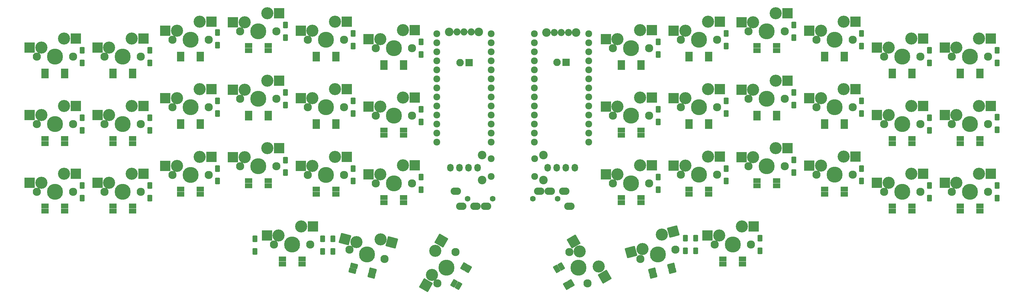
<source format=gbs>
G04 #@! TF.GenerationSoftware,KiCad,Pcbnew,7.0.7*
G04 #@! TF.CreationDate,2024-01-09T11:53:46+08:00*
G04 #@! TF.ProjectId,corne-cherry,636f726e-652d-4636-9865-7272792e6b69,3.0.1*
G04 #@! TF.SameCoordinates,Original*
G04 #@! TF.FileFunction,Soldermask,Bot*
G04 #@! TF.FilePolarity,Negative*
%FSLAX46Y46*%
G04 Gerber Fmt 4.6, Leading zero omitted, Abs format (unit mm)*
G04 Created by KiCad (PCBNEW 7.0.7) date 2024-01-09 11:53:46*
%MOMM*%
%LPD*%
G01*
G04 APERTURE LIST*
G04 Aperture macros list*
%AMRoundRect*
0 Rectangle with rounded corners*
0 $1 Rounding radius*
0 $2 $3 $4 $5 $6 $7 $8 $9 X,Y pos of 4 corners*
0 Add a 4 corners polygon primitive as box body*
4,1,4,$2,$3,$4,$5,$6,$7,$8,$9,$2,$3,0*
0 Add four circle primitives for the rounded corners*
1,1,$1+$1,$2,$3*
1,1,$1+$1,$4,$5*
1,1,$1+$1,$6,$7*
1,1,$1+$1,$8,$9*
0 Add four rect primitives between the rounded corners*
20,1,$1+$1,$2,$3,$4,$5,0*
20,1,$1+$1,$4,$5,$6,$7,0*
20,1,$1+$1,$6,$7,$8,$9,0*
20,1,$1+$1,$8,$9,$2,$3,0*%
G04 Aperture macros list end*
%ADD10C,1.600000*%
%ADD11O,2.900000X2.100000*%
%ADD12O,1.797000X2.178000*%
%ADD13C,2.300000*%
%ADD14C,3.400000*%
%ADD15C,4.500000*%
%ADD16RoundRect,0.200000X1.275000X1.250000X-1.275000X1.250000X-1.275000X-1.250000X1.275000X-1.250000X0*%
%ADD17RoundRect,0.200000X1.555079X0.877413X-0.908032X1.537402X-1.555079X-0.877413X0.908032X-1.537402X0*%
%ADD18RoundRect,0.200000X-0.445032X1.729182X-1.720032X-0.479182X0.445032X-1.729182X1.720032X0.479182X0*%
%ADD19RoundRect,0.200000X1.720032X-0.479182X0.445032X1.729182X-1.720032X0.479182X-0.445032X-1.729182X0*%
%ADD20RoundRect,0.200000X0.908032X1.537402X-1.555079X0.877413X-0.908032X-1.537402X1.555079X-0.877413X0*%
%ADD21C,1.924000*%
%ADD22C,2.400000*%
%ADD23RoundRect,0.200000X0.500000X-0.700000X0.500000X0.700000X-0.500000X0.700000X-0.500000X-0.700000X0*%
%ADD24RoundRect,0.200000X-0.850000X-0.500000X0.850000X-0.500000X0.850000X0.500000X-0.850000X0.500000X0*%
%ADD25RoundRect,0.200000X0.008013X-0.986122X0.858013X0.486122X-0.008013X0.986122X-0.858013X-0.486122X0*%
%ADD26RoundRect,0.200000X-0.691627X-0.702959X0.950446X-0.262967X0.691627X0.702959X-0.950446X0.262967X0*%
%ADD27RoundRect,0.200000X-0.950446X-0.262967X0.691627X-0.702959X0.950446X0.262967X-0.691627X0.702959X0*%
%ADD28RoundRect,0.200000X-0.858013X0.486122X-0.008013X-0.986122X0.858013X-0.486122X0.008013X0.986122X0*%
%ADD29RoundRect,0.200000X0.850000X-0.850000X0.850000X0.850000X-0.850000X0.850000X-0.850000X-0.850000X0*%
%ADD30O,2.100000X2.100000*%
%ADD31O,2.000000X2.000000*%
G04 APERTURE END LIST*
D10*
X142777500Y-75770000D03*
X135777500Y-75770000D03*
D11*
X132477500Y-73670000D03*
X140977500Y-77870000D03*
X137977500Y-77870000D03*
X133977500Y-77870000D03*
D12*
X130948500Y-67028000D03*
X133488500Y-67028000D03*
X136028500Y-67028000D03*
X138568500Y-67028000D03*
D13*
X34027500Y-35780000D03*
D14*
X35297500Y-33240000D03*
D15*
X39107500Y-35780000D03*
D14*
X41647500Y-30700000D03*
D13*
X44187500Y-35780000D03*
D16*
X32022500Y-33240000D03*
X44949500Y-30700000D03*
D13*
X53027500Y-31030000D03*
D14*
X54297500Y-28490000D03*
D15*
X58107500Y-31030000D03*
D14*
X60647500Y-25950000D03*
D13*
X63187500Y-31030000D03*
D16*
X51022500Y-28490000D03*
X63949500Y-25950000D03*
D13*
X72027500Y-28655000D03*
D14*
X73297500Y-26115000D03*
D15*
X77107500Y-28655000D03*
D14*
X79647500Y-23575000D03*
D13*
X82187500Y-28655000D03*
D16*
X70022500Y-26115000D03*
X82949500Y-23575000D03*
D13*
X91027500Y-31030000D03*
D14*
X92297500Y-28490000D03*
D15*
X96107500Y-31030000D03*
D14*
X98647500Y-25950000D03*
D13*
X101187500Y-31030000D03*
D16*
X89022500Y-28490000D03*
X101949500Y-25950000D03*
D13*
X15027500Y-54780000D03*
D14*
X16297500Y-52240000D03*
D15*
X20107500Y-54780000D03*
D14*
X22647500Y-49700000D03*
D13*
X25187500Y-54780000D03*
D16*
X13022500Y-52240000D03*
X25949500Y-49700000D03*
D13*
X34027500Y-54780000D03*
D14*
X35297500Y-52240000D03*
D15*
X39107500Y-54780000D03*
D14*
X41647500Y-49700000D03*
D13*
X44187500Y-54780000D03*
D16*
X32022500Y-52240000D03*
X44949500Y-49700000D03*
D13*
X53027500Y-50030000D03*
D14*
X54297500Y-47490000D03*
D15*
X58107500Y-50030000D03*
D14*
X60647500Y-44950000D03*
D13*
X63187500Y-50030000D03*
D16*
X51022500Y-47490000D03*
X63949500Y-44950000D03*
D13*
X72027500Y-47655000D03*
D14*
X73297500Y-45115000D03*
D15*
X77107500Y-47655000D03*
D14*
X79647500Y-42575000D03*
D13*
X82187500Y-47655000D03*
D16*
X70022500Y-45115000D03*
X82949500Y-42575000D03*
D13*
X91027500Y-50030000D03*
D14*
X92297500Y-47490000D03*
D15*
X96107500Y-50030000D03*
D14*
X98647500Y-44950000D03*
D13*
X101187500Y-50030000D03*
D16*
X89022500Y-47490000D03*
X101949500Y-44950000D03*
D13*
X110027500Y-52405000D03*
D14*
X111297500Y-49865000D03*
D15*
X115107500Y-52405000D03*
D14*
X117647500Y-47325000D03*
D13*
X120187500Y-52405000D03*
D16*
X108022500Y-49865000D03*
X120949500Y-47325000D03*
D13*
X15027500Y-73780000D03*
D14*
X16297500Y-71240000D03*
D15*
X20107500Y-73780000D03*
D14*
X22647500Y-68700000D03*
D13*
X25187500Y-73780000D03*
D16*
X13022500Y-71240000D03*
X25949500Y-68700000D03*
D13*
X34027500Y-73780000D03*
D14*
X35297500Y-71240000D03*
D15*
X39107500Y-73780000D03*
D14*
X41647500Y-68700000D03*
D13*
X44187500Y-73780000D03*
D16*
X32022500Y-71240000D03*
X44949500Y-68700000D03*
D13*
X53027500Y-69030000D03*
D14*
X54297500Y-66490000D03*
D15*
X58107500Y-69030000D03*
D14*
X60647500Y-63950000D03*
D13*
X63187500Y-69030000D03*
D16*
X51022500Y-66490000D03*
X63949500Y-63950000D03*
D13*
X72027500Y-66655000D03*
D14*
X73297500Y-64115000D03*
D15*
X77107500Y-66655000D03*
D14*
X79647500Y-61575000D03*
D13*
X82187500Y-66655000D03*
D16*
X70022500Y-64115000D03*
X82949500Y-61575000D03*
D13*
X91027500Y-69030000D03*
D14*
X92297500Y-66490000D03*
D15*
X96107500Y-69030000D03*
D14*
X98647500Y-63950000D03*
D13*
X101187500Y-69030000D03*
D16*
X89022500Y-66490000D03*
X101949500Y-63950000D03*
D13*
X110027500Y-71405000D03*
D14*
X111297500Y-68865000D03*
D15*
X115107500Y-71405000D03*
D14*
X117647500Y-66325000D03*
D13*
X120187500Y-71405000D03*
D16*
X108022500Y-68865000D03*
X120949500Y-66325000D03*
D13*
X81527500Y-88655000D03*
D14*
X82797500Y-86115000D03*
D15*
X86607500Y-88655000D03*
D14*
X89147500Y-83575000D03*
D13*
X91687500Y-88655000D03*
D16*
X79522500Y-86115000D03*
X92449500Y-83575000D03*
D13*
X102700597Y-90090199D03*
D14*
X104584723Y-87965448D03*
D15*
X107607500Y-91405000D03*
D14*
X111375752Y-87155497D03*
D13*
X112514403Y-92719801D03*
D17*
X101421316Y-87117815D03*
X114565239Y-88010118D03*
D13*
X127317500Y-99554409D03*
D14*
X125752795Y-97184557D03*
D15*
X129857500Y-95155000D03*
D14*
X126728091Y-90415295D03*
D13*
X132397500Y-90755591D03*
D18*
X124115295Y-100020790D03*
X128379091Y-87555680D03*
D13*
X164324500Y-90750591D03*
D14*
X167159205Y-90580443D03*
D15*
X166864500Y-95150000D03*
D14*
X172533909Y-94809705D03*
D13*
X169404500Y-99549409D03*
D19*
X165521705Y-87744210D03*
X174184909Y-97669320D03*
D10*
X154037500Y-75780000D03*
X161037500Y-75780000D03*
D11*
X164337500Y-77880000D03*
X155837500Y-73680000D03*
X158837500Y-73680000D03*
X162837500Y-73680000D03*
D12*
X158177500Y-67020000D03*
X160717500Y-67020000D03*
X163257500Y-67020000D03*
X165797500Y-67020000D03*
D13*
X214534500Y-66650000D03*
D14*
X215804500Y-64110000D03*
D15*
X219614500Y-66650000D03*
D14*
X222154500Y-61570000D03*
D13*
X224694500Y-66650000D03*
D16*
X212529500Y-64110000D03*
X225456500Y-61570000D03*
D13*
X195534500Y-69025000D03*
D14*
X196804500Y-66485000D03*
D15*
X200614500Y-69025000D03*
D14*
X203154500Y-63945000D03*
D13*
X205694500Y-69025000D03*
D16*
X193529500Y-66485000D03*
X206456500Y-63945000D03*
D13*
X176534500Y-71400000D03*
D14*
X177804500Y-68860000D03*
D15*
X181614500Y-71400000D03*
D14*
X184154500Y-66320000D03*
D13*
X186694500Y-71400000D03*
D16*
X174529500Y-68860000D03*
X187456500Y-66320000D03*
D13*
X205034500Y-88650000D03*
D14*
X206304500Y-86110000D03*
D15*
X210114500Y-88650000D03*
D14*
X212654500Y-83570000D03*
D13*
X215194500Y-88650000D03*
D16*
X203029500Y-86110000D03*
X215956500Y-83570000D03*
D13*
X184207597Y-92714801D03*
D14*
X184776922Y-89932649D03*
D15*
X189114500Y-91400000D03*
D14*
X190253151Y-85835696D03*
D13*
X194021403Y-90085199D03*
D20*
X181613515Y-90780281D03*
X193442638Y-84981076D03*
D13*
X214534500Y-28650000D03*
D14*
X215804500Y-26110000D03*
D15*
X219614500Y-28650000D03*
D14*
X222154500Y-23570000D03*
D13*
X224694500Y-28650000D03*
D16*
X212529500Y-26110000D03*
X225456500Y-23570000D03*
D13*
X195534500Y-31025000D03*
D14*
X196804500Y-28485000D03*
D15*
X200614500Y-31025000D03*
D14*
X203154500Y-25945000D03*
D13*
X205694500Y-31025000D03*
D16*
X193529500Y-28485000D03*
X206456500Y-25945000D03*
D13*
X271534500Y-54775000D03*
D14*
X272804500Y-52235000D03*
D15*
X276614500Y-54775000D03*
D14*
X279154500Y-49695000D03*
D13*
X281694500Y-54775000D03*
D16*
X269529500Y-52235000D03*
X282456500Y-49695000D03*
D13*
X233534500Y-31025000D03*
D14*
X234804500Y-28485000D03*
D15*
X238614500Y-31025000D03*
D14*
X241154500Y-25945000D03*
D13*
X243694500Y-31025000D03*
D16*
X231529500Y-28485000D03*
X244456500Y-25945000D03*
D13*
X252534500Y-54775000D03*
D14*
X253804500Y-52235000D03*
D15*
X257614500Y-54775000D03*
D14*
X260154500Y-49695000D03*
D13*
X262694500Y-54775000D03*
D16*
X250529500Y-52235000D03*
X263456500Y-49695000D03*
D13*
X252534500Y-73775000D03*
D14*
X253804500Y-71235000D03*
D15*
X257614500Y-73775000D03*
D14*
X260154500Y-68695000D03*
D13*
X262694500Y-73775000D03*
D16*
X250529500Y-71235000D03*
X263456500Y-68695000D03*
D13*
X233534500Y-69025000D03*
D14*
X234804500Y-66485000D03*
D15*
X238614500Y-69025000D03*
D14*
X241154500Y-63945000D03*
D13*
X243694500Y-69025000D03*
D16*
X231529500Y-66485000D03*
X244456500Y-63945000D03*
D13*
X271534500Y-35775000D03*
D14*
X272804500Y-33235000D03*
D15*
X276614500Y-35775000D03*
D14*
X279154500Y-30695000D03*
D13*
X281694500Y-35775000D03*
D16*
X269529500Y-33235000D03*
X282456500Y-30695000D03*
D13*
X252534500Y-35775000D03*
D14*
X253804500Y-33235000D03*
D15*
X257614500Y-35775000D03*
D14*
X260154500Y-30695000D03*
D13*
X262694500Y-35775000D03*
D16*
X250529500Y-33235000D03*
X263456500Y-30695000D03*
D13*
X233534500Y-50025000D03*
D14*
X234804500Y-47485000D03*
D15*
X238614500Y-50025000D03*
D14*
X241154500Y-44945000D03*
D13*
X243694500Y-50025000D03*
D16*
X231529500Y-47485000D03*
X244456500Y-44945000D03*
D13*
X214534500Y-47650000D03*
D14*
X215804500Y-45110000D03*
D15*
X219614500Y-47650000D03*
D14*
X222154500Y-42570000D03*
D13*
X224694500Y-47650000D03*
D16*
X212529500Y-45110000D03*
X225456500Y-42570000D03*
D13*
X195534500Y-50025000D03*
D14*
X196804500Y-47485000D03*
D15*
X200614500Y-50025000D03*
D14*
X203154500Y-44945000D03*
D13*
X205694500Y-50025000D03*
D16*
X193529500Y-47485000D03*
X206456500Y-44945000D03*
D13*
X176534500Y-52400000D03*
D14*
X177804500Y-49860000D03*
D15*
X181614500Y-52400000D03*
D14*
X184154500Y-47320000D03*
D13*
X186694500Y-52400000D03*
D16*
X174529500Y-49860000D03*
X187456500Y-47320000D03*
D13*
X271534500Y-73775000D03*
D14*
X272804500Y-71235000D03*
D15*
X276614500Y-73775000D03*
D14*
X279154500Y-68695000D03*
D13*
X281694500Y-73775000D03*
D16*
X269529500Y-71235000D03*
X282456500Y-68695000D03*
D13*
X15027500Y-35780000D03*
D14*
X16297500Y-33240000D03*
D15*
X20107500Y-35780000D03*
D14*
X22647500Y-30700000D03*
D13*
X25187500Y-35780000D03*
D16*
X13022500Y-33240000D03*
X25949500Y-30700000D03*
D13*
X110027500Y-33405000D03*
D14*
X111297500Y-30865000D03*
D15*
X115107500Y-33405000D03*
D14*
X117647500Y-28325000D03*
D13*
X120187500Y-33405000D03*
D16*
X108022500Y-30865000D03*
X120949500Y-28325000D03*
D13*
X176527500Y-33405000D03*
D14*
X177797500Y-30865000D03*
D15*
X181607500Y-33405000D03*
D14*
X184147500Y-28325000D03*
D13*
X186687500Y-33405000D03*
D16*
X174522500Y-30865000D03*
X187449500Y-28325000D03*
D21*
X154557500Y-64480000D03*
X154557500Y-69480000D03*
D22*
X157057500Y-63480000D03*
X157057500Y-70480000D03*
D21*
X169713500Y-29330000D03*
X169713500Y-31870000D03*
X169713500Y-34410000D03*
X169713500Y-36950000D03*
X169713500Y-39490000D03*
X169713500Y-42030000D03*
X169713500Y-44570000D03*
X169713500Y-47110000D03*
X169713500Y-49650000D03*
X169713500Y-52190000D03*
X169713500Y-54730000D03*
X169713500Y-57270000D03*
X169713500Y-59810000D03*
X154473500Y-59810000D03*
X154473500Y-57270000D03*
X154473500Y-54730000D03*
X154473500Y-52190000D03*
X154473500Y-49650000D03*
X154473500Y-47110000D03*
X154473500Y-44570000D03*
X154473500Y-42030000D03*
X154473500Y-39490000D03*
X154473500Y-36950000D03*
X154473500Y-34410000D03*
X154473500Y-31870000D03*
X154473500Y-29330000D03*
X142357500Y-69479999D03*
X142357500Y-64479999D03*
D22*
X139857500Y-70479999D03*
X139857500Y-63479999D03*
D21*
X142417500Y-29330000D03*
X142417500Y-31870000D03*
X142417500Y-34410000D03*
X142417500Y-36950000D03*
X142417500Y-39490000D03*
X142417500Y-42030000D03*
X142417500Y-44570000D03*
X142417500Y-47110000D03*
X142417500Y-49650000D03*
X142417500Y-52190000D03*
X142417500Y-54730000D03*
X142417500Y-57270000D03*
X142417500Y-59810000D03*
X127177500Y-59810000D03*
X127177500Y-57270000D03*
X127177500Y-54730000D03*
X127177500Y-52190000D03*
X127177500Y-49650000D03*
X127177500Y-47110000D03*
X127177500Y-44570000D03*
X127177500Y-42030000D03*
X127177500Y-39490000D03*
X127177500Y-36950000D03*
X127177500Y-34410000D03*
X127177500Y-31870000D03*
X127177500Y-29330000D03*
D23*
X27734500Y-37551875D03*
X27734500Y-34001875D03*
X46734500Y-37555000D03*
X46734500Y-34005000D03*
X65707500Y-32555000D03*
X65707500Y-29005000D03*
X84707500Y-30430000D03*
X84707500Y-26880000D03*
X103707500Y-32805000D03*
X103707500Y-29255000D03*
X122707500Y-35180000D03*
X122707500Y-31630000D03*
X27734500Y-56551875D03*
X27734500Y-53001875D03*
X46734500Y-56555000D03*
X46734500Y-53005000D03*
X65707500Y-51805000D03*
X65707500Y-48255000D03*
X84707500Y-49430000D03*
X84707500Y-45880000D03*
X103707500Y-51805000D03*
X103707500Y-48255000D03*
X122707500Y-54180000D03*
X122707500Y-50630000D03*
X27734500Y-75551875D03*
X27734500Y-72001875D03*
X46734500Y-75555000D03*
X46734500Y-72005000D03*
X65707500Y-70805000D03*
X65707500Y-67255000D03*
X84707500Y-68430000D03*
X84707500Y-64880000D03*
X103707500Y-70805000D03*
X103707500Y-67255000D03*
X122707500Y-73180000D03*
X122707500Y-69630000D03*
X76157500Y-90545000D03*
X76157500Y-86995000D03*
X95164500Y-90540000D03*
X95164500Y-86990000D03*
X98007500Y-90540000D03*
X98007500Y-86990000D03*
D24*
X22857500Y-41230000D03*
X22857500Y-39830000D03*
X17357500Y-39830000D03*
X17357500Y-41230000D03*
X41857500Y-41230000D03*
X41857500Y-39830000D03*
X36357500Y-39830000D03*
X36357500Y-41230000D03*
X60857500Y-36480000D03*
X60857500Y-35080000D03*
X55357500Y-35080000D03*
X55357500Y-36480000D03*
X79857500Y-34105000D03*
X79857500Y-32705000D03*
X74357500Y-32705000D03*
X74357500Y-34105000D03*
X98857500Y-36480000D03*
X98857500Y-35080000D03*
X93357500Y-35080000D03*
X93357500Y-36480000D03*
X117857500Y-38855000D03*
X117857500Y-37455000D03*
X112357500Y-37455000D03*
X112357500Y-38855000D03*
X22857500Y-60230000D03*
X22857500Y-58830000D03*
X17357500Y-58830000D03*
X17357500Y-60230000D03*
X41857500Y-60230000D03*
X41857500Y-58830000D03*
X36357500Y-58830000D03*
X36357500Y-60230000D03*
X60857500Y-55480000D03*
X60857500Y-54080000D03*
X55357500Y-54080000D03*
X55357500Y-55480000D03*
X79857500Y-53105000D03*
X79857500Y-51705000D03*
X74357500Y-51705000D03*
X74357500Y-53105000D03*
X98857500Y-55480000D03*
X98857500Y-54080000D03*
X93357500Y-54080000D03*
X93357500Y-55480000D03*
X117857500Y-57855000D03*
X117857500Y-56455000D03*
X112357500Y-56455000D03*
X112357500Y-57855000D03*
X22857500Y-79230000D03*
X22857500Y-77830000D03*
X17357500Y-77830000D03*
X17357500Y-79230000D03*
X41857500Y-79230000D03*
X41857500Y-77830000D03*
X36357500Y-77830000D03*
X36357500Y-79230000D03*
X60857500Y-74480000D03*
X60857500Y-73080000D03*
X55357500Y-73080000D03*
X55357500Y-74480000D03*
X79857500Y-72105000D03*
X79857500Y-70705000D03*
X74357500Y-70705000D03*
X74357500Y-72105000D03*
X117857500Y-76855000D03*
X117857500Y-75455000D03*
X112357500Y-75455000D03*
X112357500Y-76855000D03*
D25*
X135952339Y-95498430D03*
X134739903Y-94798430D03*
X131989903Y-99561570D03*
X133202339Y-100261570D03*
D24*
X222357500Y-53105000D03*
X222357500Y-51705000D03*
X216857500Y-51705000D03*
X216857500Y-53105000D03*
X203357500Y-55480000D03*
X203357500Y-54080000D03*
X197857500Y-54080000D03*
X197857500Y-55480000D03*
X184357500Y-57855000D03*
X184357500Y-56455000D03*
X178857500Y-56455000D03*
X178857500Y-57855000D03*
X279357500Y-79230000D03*
X279357500Y-77830000D03*
X273857500Y-77830000D03*
X273857500Y-79230000D03*
X260357500Y-79230000D03*
X260357500Y-77830000D03*
X254857500Y-77830000D03*
X254857500Y-79230000D03*
X241357500Y-74480000D03*
X241357500Y-73080000D03*
X235857500Y-73080000D03*
X235857500Y-74480000D03*
X222357500Y-72105000D03*
X222357500Y-70705000D03*
X216857500Y-70705000D03*
X216857500Y-72105000D03*
X203357500Y-74480000D03*
X203357500Y-73080000D03*
X197857500Y-73080000D03*
X197857500Y-74480000D03*
X184357500Y-76855000D03*
X184357500Y-75455000D03*
X178857500Y-75455000D03*
X178857500Y-76855000D03*
X212857500Y-94105000D03*
X212857500Y-92705000D03*
X207357500Y-92705000D03*
X207357500Y-94105000D03*
D26*
X193181359Y-95952544D03*
X192819013Y-94600248D03*
X187506421Y-96023752D03*
X187868767Y-97376048D03*
D23*
X265214500Y-37550000D03*
X265214500Y-34000000D03*
X246214500Y-32800000D03*
X246214500Y-29250000D03*
X227214500Y-30425000D03*
X227214500Y-26875000D03*
X189207500Y-35180000D03*
X189207500Y-31630000D03*
X284214500Y-56400000D03*
X284214500Y-52850000D03*
X265214500Y-56550000D03*
X265214500Y-53000000D03*
X246214500Y-51800000D03*
X246214500Y-48250000D03*
X227214500Y-49425000D03*
X227214500Y-45875000D03*
X208214500Y-51800000D03*
X208214500Y-48250000D03*
X189207500Y-54180000D03*
X189207500Y-50630000D03*
X284214500Y-75550000D03*
X284214500Y-72000000D03*
X265214500Y-75550000D03*
X265214500Y-72000000D03*
X246214500Y-70800000D03*
X246214500Y-67250000D03*
X227214500Y-68425000D03*
X227214500Y-64875000D03*
X208214500Y-70800000D03*
X208214500Y-67250000D03*
X189207500Y-73180000D03*
X189207500Y-69630000D03*
X217714500Y-90410000D03*
X217714500Y-86860000D03*
X199664500Y-90425000D03*
X199664500Y-86875000D03*
X196814500Y-90425000D03*
X196814500Y-86875000D03*
X284214500Y-37550000D03*
X284214500Y-34000000D03*
X208214500Y-32800000D03*
X208214500Y-29250000D03*
D24*
X89357500Y-94105000D03*
X89357500Y-92705000D03*
X83857500Y-92705000D03*
X83857500Y-94105000D03*
D27*
X108853233Y-97381048D03*
X109215579Y-96028752D03*
X103902987Y-94605248D03*
X103540641Y-95957544D03*
D24*
X98857500Y-74480000D03*
X98857500Y-73080000D03*
X93357500Y-73080000D03*
X93357500Y-74480000D03*
X279357500Y-41230000D03*
X279357500Y-39830000D03*
X273857500Y-39830000D03*
X273857500Y-41230000D03*
X260357500Y-41230000D03*
X260357500Y-39830000D03*
X254857500Y-39830000D03*
X254857500Y-41230000D03*
X241357500Y-36480000D03*
X241357500Y-35080000D03*
X235857500Y-35080000D03*
X235857500Y-36480000D03*
X222357500Y-34105000D03*
X222357500Y-32705000D03*
X216857500Y-32705000D03*
X216857500Y-34105000D03*
X203357500Y-36480000D03*
X203357500Y-35080000D03*
X197857500Y-35080000D03*
X197857500Y-36480000D03*
X184357500Y-38855000D03*
X184357500Y-37455000D03*
X178857500Y-37455000D03*
X178857500Y-38855000D03*
X279357500Y-60230000D03*
X279357500Y-58830000D03*
X273857500Y-58830000D03*
X273857500Y-60230000D03*
X260357500Y-60230000D03*
X260357500Y-58830000D03*
X254857500Y-58830000D03*
X254857500Y-60230000D03*
X241357500Y-55480000D03*
X241357500Y-54080000D03*
X235857500Y-54080000D03*
X235857500Y-55480000D03*
D28*
X163519661Y-100256570D03*
X164732097Y-99556570D03*
X161982097Y-94793430D03*
X160769661Y-95493430D03*
D29*
X163343500Y-37433000D03*
D30*
X160803500Y-37433000D03*
D31*
X132797500Y-28893000D03*
X134797500Y-28893000D03*
X136797500Y-28893000D03*
D22*
X138947500Y-28893000D03*
X130647500Y-28893000D03*
D31*
X160057500Y-29033000D03*
X162057500Y-29033000D03*
X164057500Y-29033000D03*
D22*
X166207500Y-29033000D03*
X157907500Y-29033000D03*
D29*
X136185500Y-37458000D03*
D30*
X133645500Y-37458000D03*
M02*

</source>
